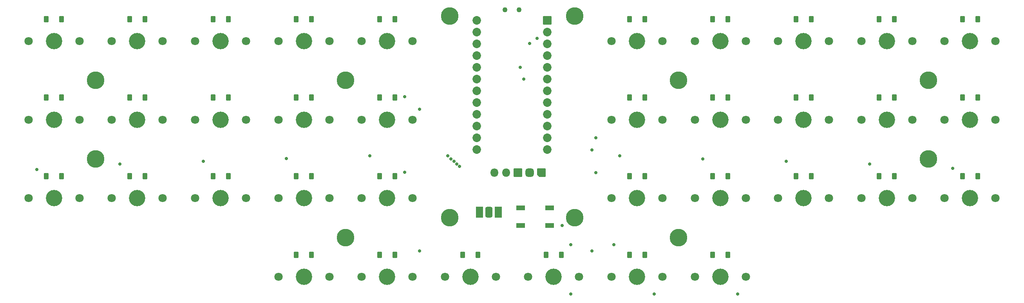
<source format=gbr>
%TF.GenerationSoftware,KiCad,Pcbnew,7.0.1*%
%TF.CreationDate,2023-03-24T13:46:13-04:00*%
%TF.ProjectId,kurp,6b757270-2e6b-4696-9361-645f70636258,v1.0.0*%
%TF.SameCoordinates,Original*%
%TF.FileFunction,Soldermask,Top*%
%TF.FilePolarity,Negative*%
%FSLAX46Y46*%
G04 Gerber Fmt 4.6, Leading zero omitted, Abs format (unit mm)*
G04 Created by KiCad (PCBNEW 7.0.1) date 2023-03-24 13:46:13*
%MOMM*%
%LPD*%
G01*
G04 APERTURE LIST*
G04 Aperture macros list*
%AMRoundRect*
0 Rectangle with rounded corners*
0 $1 Rounding radius*
0 $2 $3 $4 $5 $6 $7 $8 $9 X,Y pos of 4 corners*
0 Add a 4 corners polygon primitive as box body*
4,1,4,$2,$3,$4,$5,$6,$7,$8,$9,$2,$3,0*
0 Add four circle primitives for the rounded corners*
1,1,$1+$1,$2,$3*
1,1,$1+$1,$4,$5*
1,1,$1+$1,$6,$7*
1,1,$1+$1,$8,$9*
0 Add four rect primitives between the rounded corners*
20,1,$1+$1,$2,$3,$4,$5,0*
20,1,$1+$1,$4,$5,$6,$7,0*
20,1,$1+$1,$6,$7,$8,$9,0*
20,1,$1+$1,$8,$9,$2,$3,0*%
%AMFreePoly0*
4,1,14,0.885355,0.885355,0.900000,0.850000,0.900000,-0.850000,0.885355,-0.885355,0.850000,-0.900000,-0.850000,-0.900000,-0.885355,-0.885355,-0.900000,-0.850000,-0.900000,0.510000,-0.885355,0.545355,-0.545355,0.885355,-0.510000,0.900000,0.850000,0.900000,0.885355,0.885355,0.885355,0.885355,$1*%
G04 Aperture macros list end*
%ADD10C,1.852600*%
%ADD11RoundRect,0.050000X-0.876300X0.876300X-0.876300X-0.876300X0.876300X-0.876300X0.876300X0.876300X0*%
%ADD12RoundRect,0.050000X-0.450000X-0.600000X0.450000X-0.600000X0.450000X0.600000X-0.450000X0.600000X0*%
%ADD13RoundRect,0.050000X0.750000X1.125000X-0.750000X1.125000X-0.750000X-1.125000X0.750000X-1.125000X0*%
%ADD14RoundRect,0.425000X0.375000X0.750000X-0.375000X0.750000X-0.375000X-0.750000X0.375000X-0.750000X0*%
%ADD15C,1.801800*%
%ADD16C,3.529000*%
%ADD17C,3.800000*%
%ADD18FreePoly0,90.000000*%
%ADD19RoundRect,0.475000X-0.425000X0.425000X-0.425000X-0.425000X0.425000X-0.425000X0.425000X0.425000X0*%
%ADD20RoundRect,0.050000X-0.850000X0.850000X-0.850000X-0.850000X0.850000X-0.850000X0.850000X0.850000X0*%
%ADD21O,1.800000X1.800000*%
%ADD22RoundRect,0.050000X-0.850000X-0.500000X0.850000X-0.500000X0.850000X0.500000X-0.850000X0.500000X0*%
%ADD23C,1.100000*%
%ADD24C,0.700000*%
G04 APERTURE END LIST*
D10*
%TO.C,U1*%
X194828733Y-91474608D03*
X194828733Y-94014608D03*
X194828733Y-96554608D03*
X194828733Y-99094608D03*
X194828733Y-101634608D03*
X194828733Y-104174608D03*
X194828733Y-106714608D03*
X194828733Y-109254608D03*
X194828733Y-111794608D03*
X194828733Y-114334608D03*
X194828733Y-116874608D03*
X194828733Y-119414608D03*
X210068733Y-119414608D03*
X210068733Y-116874608D03*
X210068733Y-114334608D03*
X210068733Y-111794608D03*
X210068733Y-109254608D03*
X210068733Y-106714608D03*
X210068733Y-104174608D03*
X210068733Y-101634608D03*
X210068733Y-99094608D03*
X210068733Y-96554608D03*
X210068733Y-94014608D03*
D11*
X210068733Y-91474608D03*
%TD*%
D12*
%TO.C,D17*%
X173798733Y-142194608D03*
X177098733Y-142194608D03*
%TD*%
D13*
%TO.C,BT1*%
X195448733Y-132944608D03*
X199448733Y-132944608D03*
D14*
X197448733Y-132944608D03*
%TD*%
D15*
%TO.C,SW15*%
X169948733Y-95944608D03*
D16*
X175448733Y-95944608D03*
D15*
X180948733Y-95944608D03*
%TD*%
D12*
%TO.C,D35*%
X227798733Y-142194608D03*
X231098733Y-142194608D03*
%TD*%
D15*
%TO.C,SW33*%
X223948733Y-95944608D03*
D16*
X229448733Y-95944608D03*
D15*
X234948733Y-95944608D03*
%TD*%
D17*
%TO.C,H6*%
X215948733Y-90544608D03*
%TD*%
D12*
%TO.C,D32*%
X227798733Y-108194608D03*
X231098733Y-108194608D03*
%TD*%
%TO.C,D27*%
X263798733Y-91194608D03*
X267098733Y-91194608D03*
%TD*%
D15*
%TO.C,SW20*%
X295948733Y-112944608D03*
D16*
X301448733Y-112944608D03*
D15*
X306948733Y-112944608D03*
%TD*%
D17*
%TO.C,H10*%
X238448733Y-104444608D03*
%TD*%
D15*
%TO.C,SW26*%
X259948733Y-112944608D03*
D16*
X265448733Y-112944608D03*
D15*
X270948733Y-112944608D03*
%TD*%
D12*
%TO.C,D15*%
X173798733Y-91194608D03*
X177098733Y-91194608D03*
%TD*%
%TO.C,D31*%
X227798733Y-125194608D03*
X231098733Y-125194608D03*
%TD*%
D15*
%TO.C,SW28*%
X241948733Y-129944608D03*
D16*
X247448733Y-129944608D03*
D15*
X252948733Y-129944608D03*
%TD*%
D12*
%TO.C,D10*%
X155798733Y-125194608D03*
X159098733Y-125194608D03*
%TD*%
%TO.C,D21*%
X299798733Y-91194608D03*
X303098733Y-91194608D03*
%TD*%
D15*
%TO.C,SW13*%
X169948733Y-129944608D03*
D16*
X175448733Y-129944608D03*
D15*
X180948733Y-129944608D03*
%TD*%
%TO.C,SW11*%
X151948733Y-112944608D03*
D16*
X157448733Y-112944608D03*
D15*
X162948733Y-112944608D03*
%TD*%
D17*
%TO.C,H1*%
X112448733Y-104444608D03*
%TD*%
%TO.C,H12*%
X238448733Y-138444608D03*
%TD*%
%TO.C,H7*%
X188948733Y-134144608D03*
%TD*%
%TO.C,H5*%
X188948733Y-90544608D03*
%TD*%
D15*
%TO.C,SW19*%
X295948733Y-129944608D03*
D16*
X301448733Y-129944608D03*
D15*
X306948733Y-129944608D03*
%TD*%
%TO.C,SW30*%
X241948733Y-95944608D03*
D16*
X247448733Y-95944608D03*
D15*
X252948733Y-95944608D03*
%TD*%
%TO.C,SW36*%
X205948733Y-146944608D03*
D16*
X211448733Y-146944608D03*
D15*
X216948733Y-146944608D03*
%TD*%
D17*
%TO.C,H9*%
X166448733Y-104444608D03*
%TD*%
D12*
%TO.C,D20*%
X299798733Y-108194608D03*
X303098733Y-108194608D03*
%TD*%
%TO.C,D11*%
X155798733Y-108194608D03*
X159098733Y-108194608D03*
%TD*%
D15*
%TO.C,SW8*%
X133948733Y-112944608D03*
D16*
X139448733Y-112944608D03*
D15*
X144948733Y-112944608D03*
%TD*%
D17*
%TO.C,H2*%
X292448733Y-104444608D03*
%TD*%
D15*
%TO.C,SW14*%
X169948733Y-112944608D03*
D16*
X175448733Y-112944608D03*
D15*
X180948733Y-112944608D03*
%TD*%
%TO.C,SW34*%
X241948733Y-146944608D03*
D16*
X247448733Y-146944608D03*
D15*
X252948733Y-146944608D03*
%TD*%
D12*
%TO.C,D33*%
X227798733Y-91194608D03*
X231098733Y-91194608D03*
%TD*%
D15*
%TO.C,SW4*%
X115948733Y-129944608D03*
D16*
X121448733Y-129944608D03*
D15*
X126948733Y-129944608D03*
%TD*%
%TO.C,SW6*%
X115948733Y-95944608D03*
D16*
X121448733Y-95944608D03*
D15*
X126948733Y-95944608D03*
%TD*%
D12*
%TO.C,D14*%
X173798733Y-108194608D03*
X177098733Y-108194608D03*
%TD*%
D15*
%TO.C,SW22*%
X277948733Y-129944608D03*
D16*
X283448733Y-129944608D03*
D15*
X288948733Y-129944608D03*
%TD*%
D12*
%TO.C,D28*%
X245798733Y-125194608D03*
X249098733Y-125194608D03*
%TD*%
D15*
%TO.C,SW25*%
X259948733Y-129944608D03*
D16*
X265448733Y-129944608D03*
D15*
X270948733Y-129944608D03*
%TD*%
%TO.C,SW7*%
X133948733Y-129944608D03*
D16*
X139448733Y-129944608D03*
D15*
X144948733Y-129944608D03*
%TD*%
%TO.C,SW24*%
X277948733Y-95944608D03*
D16*
X283448733Y-95944608D03*
D15*
X288948733Y-95944608D03*
%TD*%
%TO.C,SW9*%
X133948733Y-95944608D03*
D16*
X139448733Y-95944608D03*
D15*
X144948733Y-95944608D03*
%TD*%
D12*
%TO.C,D12*%
X155798733Y-91194608D03*
X159098733Y-91194608D03*
%TD*%
%TO.C,D29*%
X245798733Y-108194608D03*
X249098733Y-108194608D03*
%TD*%
D15*
%TO.C,SW16*%
X151948733Y-146944608D03*
D16*
X157448733Y-146944608D03*
D15*
X162948733Y-146944608D03*
%TD*%
D12*
%TO.C,D18*%
X191798733Y-142194608D03*
X195098733Y-142194608D03*
%TD*%
%TO.C,D16*%
X155798733Y-142194608D03*
X159098733Y-142194608D03*
%TD*%
%TO.C,D13*%
X173798733Y-125194608D03*
X177098733Y-125194608D03*
%TD*%
%TO.C,D1*%
X101798733Y-125194608D03*
X105098733Y-125194608D03*
%TD*%
%TO.C,D3*%
X101798733Y-91194608D03*
X105098733Y-91194608D03*
%TD*%
D15*
%TO.C,SW21*%
X295948733Y-95944608D03*
D16*
X301448733Y-95944608D03*
D15*
X306948733Y-95944608D03*
%TD*%
D12*
%TO.C,D9*%
X137798733Y-91194608D03*
X141098733Y-91194608D03*
%TD*%
D15*
%TO.C,SW23*%
X277948733Y-112944608D03*
D16*
X283448733Y-112944608D03*
D15*
X288948733Y-112944608D03*
%TD*%
D12*
%TO.C,D34*%
X245798733Y-142194608D03*
X249098733Y-142194608D03*
%TD*%
D15*
%TO.C,SW12*%
X151948733Y-95944608D03*
D16*
X157448733Y-95944608D03*
D15*
X162948733Y-95944608D03*
%TD*%
D12*
%TO.C,D36*%
X209798733Y-142194608D03*
X213098733Y-142194608D03*
%TD*%
D15*
%TO.C,SW17*%
X169948733Y-146944608D03*
D16*
X175448733Y-146944608D03*
D15*
X180948733Y-146944608D03*
%TD*%
D12*
%TO.C,D6*%
X119798733Y-91194608D03*
X123098733Y-91194608D03*
%TD*%
D15*
%TO.C,SW35*%
X223948733Y-146944608D03*
D16*
X229448733Y-146944608D03*
D15*
X234948733Y-146944608D03*
%TD*%
D18*
%TO.C,J2*%
X208793650Y-124444608D03*
%TD*%
D12*
%TO.C,D24*%
X281798733Y-91194608D03*
X285098733Y-91194608D03*
%TD*%
D15*
%TO.C,SW1*%
X97948733Y-129944608D03*
D16*
X103448733Y-129944608D03*
D15*
X108948733Y-129944608D03*
%TD*%
%TO.C,SW31*%
X223948733Y-129944608D03*
D16*
X229448733Y-129944608D03*
D15*
X234948733Y-129944608D03*
%TD*%
%TO.C,SW5*%
X115948733Y-112944608D03*
D16*
X121448733Y-112944608D03*
D15*
X126948733Y-112944608D03*
%TD*%
%TO.C,SW32*%
X223948733Y-112944608D03*
D16*
X229448733Y-112944608D03*
D15*
X234948733Y-112944608D03*
%TD*%
D17*
%TO.C,H4*%
X292448733Y-121444608D03*
%TD*%
D15*
%TO.C,SW27*%
X259948733Y-95944608D03*
D16*
X265448733Y-95944608D03*
D15*
X270948733Y-95944608D03*
%TD*%
D17*
%TO.C,H3*%
X112448733Y-121444608D03*
%TD*%
D12*
%TO.C,D2*%
X101798733Y-108194608D03*
X105098733Y-108194608D03*
%TD*%
D19*
%TO.C,J1*%
X206258733Y-124444608D03*
D20*
X203718733Y-124444608D03*
D21*
X201178733Y-124444608D03*
X198638733Y-124444608D03*
%TD*%
D12*
%TO.C,D26*%
X263798733Y-108194608D03*
X267098733Y-108194608D03*
%TD*%
%TO.C,D23*%
X281798733Y-108194608D03*
X285098733Y-108194608D03*
%TD*%
D15*
%TO.C,SW2*%
X97948733Y-112944608D03*
D16*
X103448733Y-112944608D03*
D15*
X108948733Y-112944608D03*
%TD*%
D12*
%TO.C,D7*%
X137798733Y-125194608D03*
X141098733Y-125194608D03*
%TD*%
D17*
%TO.C,H11*%
X166448733Y-138444608D03*
%TD*%
D15*
%TO.C,SW18*%
X187948733Y-146944608D03*
D16*
X193448733Y-146944608D03*
D15*
X198948733Y-146944608D03*
%TD*%
D17*
%TO.C,H8*%
X215948733Y-134144608D03*
%TD*%
D12*
%TO.C,D5*%
X119798733Y-108194608D03*
X123098733Y-108194608D03*
%TD*%
D15*
%TO.C,SW10*%
X151948733Y-129944608D03*
D16*
X157448733Y-129944608D03*
D15*
X162948733Y-129944608D03*
%TD*%
D12*
%TO.C,D25*%
X263798733Y-125194608D03*
X267098733Y-125194608D03*
%TD*%
%TO.C,D8*%
X137798733Y-108194608D03*
X141098733Y-108194608D03*
%TD*%
D15*
%TO.C,SW3*%
X97948733Y-95944608D03*
D16*
X103448733Y-95944608D03*
D15*
X108948733Y-95944608D03*
%TD*%
D12*
%TO.C,D22*%
X281798733Y-125194608D03*
X285098733Y-125194608D03*
%TD*%
%TO.C,D30*%
X245798733Y-91194608D03*
X249098733Y-91194608D03*
%TD*%
%TO.C,D19*%
X299798733Y-125194608D03*
X303098733Y-125194608D03*
%TD*%
D22*
%TO.C,RESET1*%
X204298733Y-132044608D03*
X210598733Y-132044608D03*
X204298733Y-135844608D03*
X210598733Y-135844608D03*
%TD*%
D12*
%TO.C,D4*%
X119798733Y-125194608D03*
X123098733Y-125194608D03*
%TD*%
D15*
%TO.C,SW29*%
X241948733Y-112944608D03*
D16*
X247448733Y-112944608D03*
D15*
X252948733Y-112944608D03*
%TD*%
D23*
%TO.C,PWR1*%
X200948733Y-89194608D03*
X203948733Y-89194608D03*
%TD*%
D24*
X206258733Y-96501235D03*
X179239417Y-107962423D03*
X179243948Y-124369355D03*
X182421430Y-141367608D03*
X182418157Y-110689899D03*
X220556390Y-124375171D03*
X220557835Y-116871891D03*
X219717983Y-119467582D03*
X219717983Y-141375297D03*
X204983235Y-104181961D03*
X204253576Y-101630293D03*
X213278618Y-135837308D03*
X191106716Y-123099763D03*
X297698732Y-123506027D03*
X99698732Y-123735712D03*
X117698732Y-122516769D03*
X279698732Y-122516831D03*
X190490712Y-122522134D03*
X189911904Y-121985788D03*
X261698732Y-121983515D03*
X135698732Y-121993278D03*
X251224312Y-150697564D03*
X153698732Y-121370801D03*
X233161853Y-150697963D03*
X189216755Y-121458788D03*
X243698732Y-121459288D03*
X224448784Y-139988942D03*
X188571864Y-120804955D03*
X215094780Y-139977020D03*
X171698732Y-120779748D03*
X225698732Y-120800566D03*
X215101717Y-150664450D03*
X207862869Y-95406671D03*
M02*

</source>
